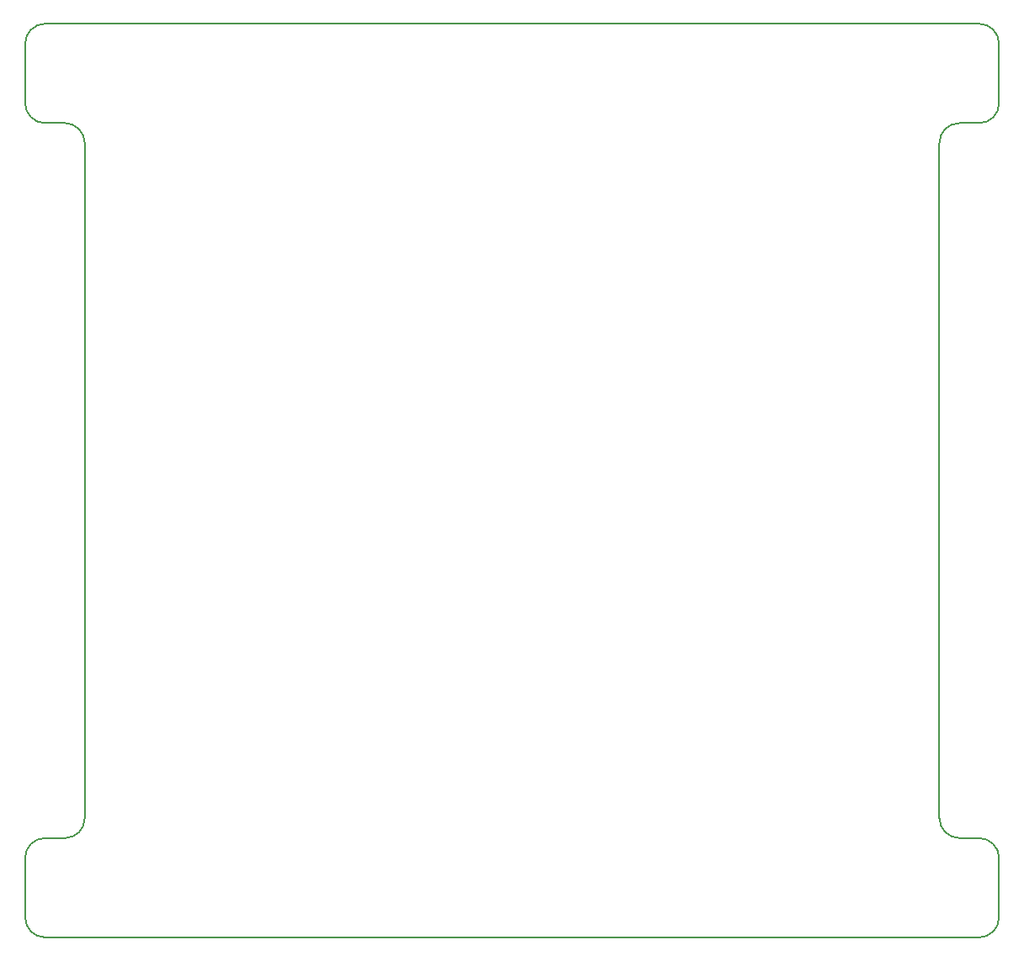
<source format=gbr>
G04 #@! TF.FileFunction,Profile,NP*
%FSLAX46Y46*%
G04 Gerber Fmt 4.6, Leading zero omitted, Abs format (unit mm)*
G04 Created by KiCad (PCBNEW 4.0.7-e2-6376~58~ubuntu16.04.1) date Mon Oct 15 06:01:05 2018*
%MOMM*%
%LPD*%
G01*
G04 APERTURE LIST*
%ADD10C,0.100000*%
%ADD11C,0.150000*%
G04 APERTURE END LIST*
D10*
D11*
X182046920Y-137392278D02*
X88046920Y-137392278D01*
X86046920Y-129392278D02*
X86046920Y-135392278D01*
X90046920Y-127392278D02*
X88046920Y-127392278D01*
X92046920Y-57392278D02*
X92046920Y-125392278D01*
X88046920Y-55392278D02*
X90046920Y-55392278D01*
X86046920Y-47392278D02*
X86046920Y-53392278D01*
X182046920Y-45392278D02*
X88046920Y-45392278D01*
X184046920Y-53392278D02*
X184046920Y-47392278D01*
X180046920Y-55392278D02*
X182046920Y-55392278D01*
X178046920Y-125392278D02*
X178046920Y-57392278D01*
X182046920Y-127392278D02*
X180046920Y-127392278D01*
X184046920Y-135392278D02*
X184046920Y-129392278D01*
X86046920Y-135392278D02*
G75*
G03X88046920Y-137392278I2000000J0D01*
G01*
X88046920Y-127392278D02*
G75*
G03X86046920Y-129392278I0J-2000000D01*
G01*
X90046920Y-127392278D02*
G75*
G03X92046920Y-125392278I0J2000000D01*
G01*
X92046920Y-57392278D02*
G75*
G03X90046920Y-55392278I-2000000J0D01*
G01*
X86046920Y-53392278D02*
G75*
G03X88046920Y-55392278I2000000J0D01*
G01*
X88046920Y-45392278D02*
G75*
G03X86046920Y-47392278I0J-2000000D01*
G01*
X182046920Y-137392278D02*
G75*
G03X184046920Y-135392278I0J2000000D01*
G01*
X184046920Y-129392278D02*
G75*
G03X182046920Y-127392278I-2000000J0D01*
G01*
X178046920Y-125392278D02*
G75*
G03X180046920Y-127392278I2000000J0D01*
G01*
X180046920Y-55392278D02*
G75*
G03X178046920Y-57392278I0J-2000000D01*
G01*
X182046920Y-55392278D02*
G75*
G03X184046920Y-53392278I0J2000000D01*
G01*
X184046920Y-47392278D02*
G75*
G03X182046920Y-45392278I-2000000J0D01*
G01*
M02*

</source>
